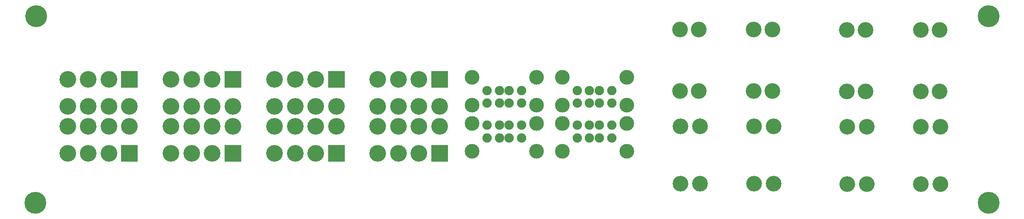
<source format=gbr>
G04 #@! TF.FileFunction,Soldermask,Top*
%FSLAX46Y46*%
G04 Gerber Fmt 4.6, Leading zero omitted, Abs format (unit mm)*
G04 Created by KiCad (PCBNEW 4.0.7) date 02/15/18 17:09:35*
%MOMM*%
%LPD*%
G01*
G04 APERTURE LIST*
%ADD10C,0.100000*%
%ADD11C,4.464000*%
%ADD12C,3.200000*%
%ADD13C,1.908000*%
%ADD14C,3.000000*%
%ADD15R,3.400000X3.400000*%
%ADD16C,3.400000*%
G04 APERTURE END LIST*
D10*
D11*
X48895000Y-103378000D03*
X48704500Y-141414500D03*
D12*
X213931500Y-118681500D03*
X217731500Y-118681500D03*
X213931500Y-106181500D03*
X217731500Y-106181500D03*
X228931500Y-118681500D03*
X232731500Y-118681500D03*
X228931500Y-106181500D03*
X232731500Y-106181500D03*
X179959000Y-118618000D03*
X183759000Y-118618000D03*
X179959000Y-106118000D03*
X183759000Y-106118000D03*
X194959000Y-118618000D03*
X198759000Y-118618000D03*
X194959000Y-106118000D03*
X198759000Y-106118000D03*
D13*
X166016000Y-128189000D03*
X163516000Y-128189000D03*
X159016000Y-128189000D03*
X161516000Y-128189000D03*
X161516000Y-125569000D03*
X159016000Y-125569000D03*
X163516000Y-125569000D03*
X166016000Y-125569000D03*
D14*
X155946000Y-130899000D03*
X169086000Y-130899000D03*
X169086000Y-125219000D03*
X155946000Y-125219000D03*
D13*
X166016000Y-118508500D03*
X163516000Y-118508500D03*
X159016000Y-118508500D03*
X161516000Y-118508500D03*
X161516000Y-121128500D03*
X159016000Y-121128500D03*
X163516000Y-121128500D03*
X166016000Y-121128500D03*
D14*
X155946000Y-115798500D03*
X169086000Y-115798500D03*
X169086000Y-121478500D03*
X155946000Y-121478500D03*
D13*
X147664500Y-128189000D03*
X145164500Y-128189000D03*
X140664500Y-128189000D03*
X143164500Y-128189000D03*
X143164500Y-125569000D03*
X140664500Y-125569000D03*
X145164500Y-125569000D03*
X147664500Y-125569000D03*
D14*
X137594500Y-130899000D03*
X150734500Y-130899000D03*
X150734500Y-125219000D03*
X137594500Y-125219000D03*
D13*
X147664500Y-118508500D03*
X145164500Y-118508500D03*
X140664500Y-118508500D03*
X143164500Y-118508500D03*
X143164500Y-121128500D03*
X140664500Y-121128500D03*
X145164500Y-121128500D03*
X147664500Y-121128500D03*
D14*
X137594500Y-115798500D03*
X150734500Y-115798500D03*
X150734500Y-121478500D03*
X137594500Y-121478500D03*
D12*
X213933500Y-137578000D03*
X217933500Y-137578000D03*
X213933500Y-125898000D03*
X217933500Y-125898000D03*
X228933500Y-125898000D03*
X232933500Y-125898000D03*
X228933500Y-137578000D03*
X232933500Y-137578000D03*
X179992750Y-137546250D03*
X183992750Y-137546250D03*
X179992750Y-125866250D03*
X183992750Y-125866250D03*
X194992750Y-125866250D03*
X198992750Y-125866250D03*
X194992750Y-137546250D03*
X198992750Y-137546250D03*
D15*
X88900000Y-116268500D03*
D16*
X84700000Y-116268500D03*
X80500000Y-116268500D03*
X76300000Y-116268500D03*
X88900000Y-121768500D03*
X84700000Y-121768500D03*
X80500000Y-121768500D03*
X76300000Y-121768500D03*
D15*
X131000500Y-116268500D03*
D16*
X126800500Y-116268500D03*
X122600500Y-116268500D03*
X118400500Y-116268500D03*
X131000500Y-121768500D03*
X126800500Y-121768500D03*
X122600500Y-121768500D03*
X118400500Y-121768500D03*
D15*
X67881500Y-131318000D03*
D16*
X63681500Y-131318000D03*
X59481500Y-131318000D03*
X55281500Y-131318000D03*
X67881500Y-125818000D03*
X63681500Y-125818000D03*
X59481500Y-125818000D03*
X55281500Y-125818000D03*
D15*
X88900000Y-131318000D03*
D16*
X84700000Y-131318000D03*
X80500000Y-131318000D03*
X76300000Y-131318000D03*
X88900000Y-125818000D03*
X84700000Y-125818000D03*
X80500000Y-125818000D03*
X76300000Y-125818000D03*
D15*
X131000500Y-131318000D03*
D16*
X126800500Y-131318000D03*
X122600500Y-131318000D03*
X118400500Y-131318000D03*
X131000500Y-125818000D03*
X126800500Y-125818000D03*
X122600500Y-125818000D03*
X118400500Y-125818000D03*
D15*
X67881500Y-116268500D03*
D16*
X63681500Y-116268500D03*
X59481500Y-116268500D03*
X55281500Y-116268500D03*
X67881500Y-121768500D03*
X63681500Y-121768500D03*
X59481500Y-121768500D03*
X55281500Y-121768500D03*
D15*
X109982000Y-116268500D03*
D16*
X105782000Y-116268500D03*
X101582000Y-116268500D03*
X97382000Y-116268500D03*
X109982000Y-121768500D03*
X105782000Y-121768500D03*
X101582000Y-121768500D03*
X97382000Y-121768500D03*
D15*
X109982000Y-131318000D03*
D16*
X105782000Y-131318000D03*
X101582000Y-131318000D03*
X97382000Y-131318000D03*
X109982000Y-125818000D03*
X105782000Y-125818000D03*
X101582000Y-125818000D03*
X97382000Y-125818000D03*
D11*
X242760500Y-103378000D03*
X242760500Y-141414500D03*
M02*

</source>
